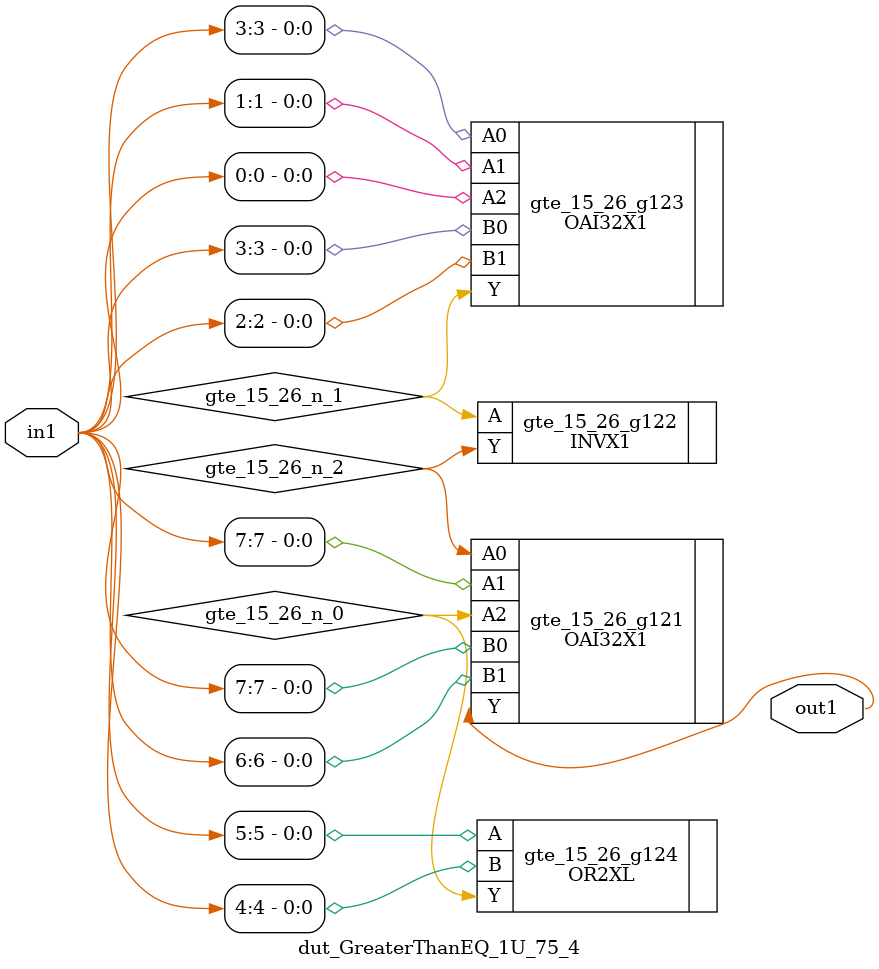
<source format=v>
`timescale 1ps / 1ps


module dut_GreaterThanEQ_1U_75_4(in1, out1);
  input [7:0] in1;
  output out1;
  wire [7:0] in1;
  wire out1;
  wire gte_15_26_n_0, gte_15_26_n_1, gte_15_26_n_2;
  OAI32X1 gte_15_26_g121(.A0 (gte_15_26_n_2), .A1 (in1[7]), .A2
       (gte_15_26_n_0), .B0 (in1[7]), .B1 (in1[6]), .Y (out1));
  INVX1 gte_15_26_g122(.A (gte_15_26_n_1), .Y (gte_15_26_n_2));
  OAI32X1 gte_15_26_g123(.A0 (in1[3]), .A1 (in1[1]), .A2 (in1[0]), .B0
       (in1[3]), .B1 (in1[2]), .Y (gte_15_26_n_1));
  OR2XL gte_15_26_g124(.A (in1[5]), .B (in1[4]), .Y (gte_15_26_n_0));
endmodule



</source>
